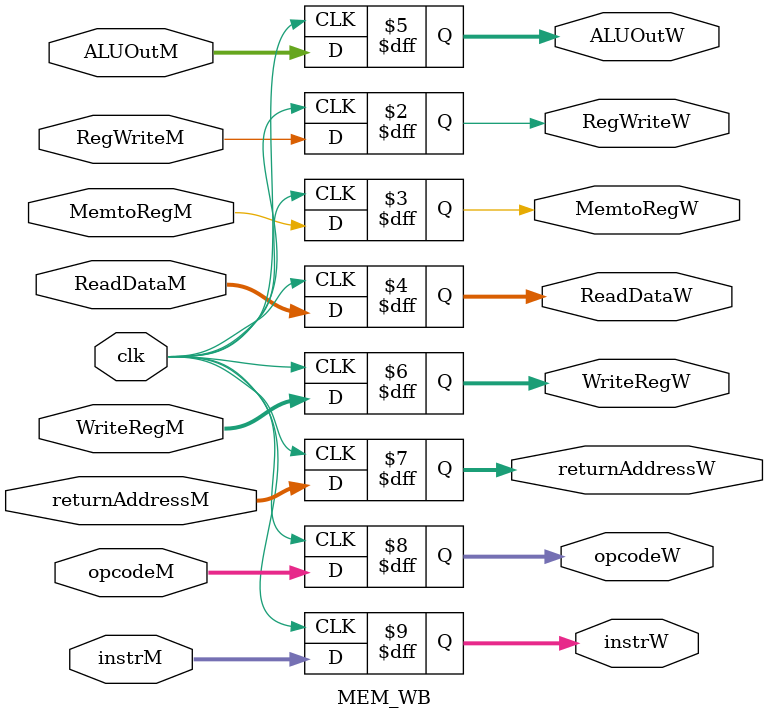
<source format=v>
module MEM_WB
(
    //input
      input clk
    , input RegWriteM
    , input MemtoRegM
    , input[31:0] ReadDataM
    , input[31:0] ALUOutM
    , input[4:0] WriteRegM
    , input[31:0] returnAddressM
    , input[5:0] opcodeM
    , input[31:0] instrM
    //output
    , output reg RegWriteW
    , output reg MemtoRegW
    , output reg[31:0] ReadDataW
    , output reg[31:0] ALUOutW
    , output reg[4:0] WriteRegW
    , output reg[31:0] returnAddressW
    , output reg[5:0] opcodeW
    , output reg[31:0] instrW
);

always @(posedge clk) begin
    RegWriteW <= RegWriteM;
    MemtoRegW <= MemtoRegM;
    ReadDataW <= ReadDataM;
    ALUOutW <= ALUOutM;
    WriteRegW <= WriteRegM;
    returnAddressW <= returnAddressM;
    opcodeW <= opcodeM;
    instrW <= instrM;
end

endmodule


</source>
